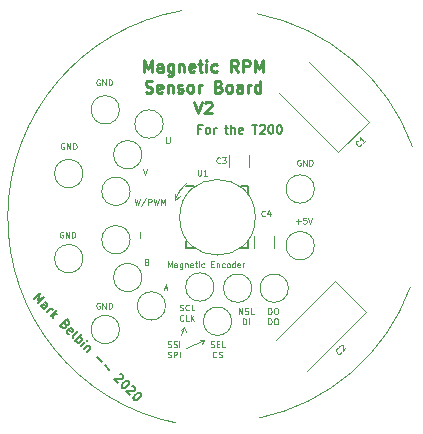
<source format=gto>
G04 #@! TF.GenerationSoftware,KiCad,Pcbnew,(5.1.5)-3*
G04 #@! TF.CreationDate,2020-02-14T12:09:09-03:30*
G04 #@! TF.ProjectId,RPM Sensor,52504d20-5365-46e7-936f-722e6b696361,rev?*
G04 #@! TF.SameCoordinates,Original*
G04 #@! TF.FileFunction,Legend,Top*
G04 #@! TF.FilePolarity,Positive*
%FSLAX46Y46*%
G04 Gerber Fmt 4.6, Leading zero omitted, Abs format (unit mm)*
G04 Created by KiCad (PCBNEW (5.1.5)-3) date 2020-02-14 12:09:09*
%MOMM*%
%LPD*%
G04 APERTURE LIST*
%ADD10C,0.120000*%
%ADD11C,0.150000*%
%ADD12C,0.250000*%
%ADD13C,0.125000*%
G04 APERTURE END LIST*
D10*
X103336225Y-82762843D02*
G75*
G02X116499999Y-94000001I-3336225J-17237157D01*
G01*
X116311575Y-105931483D02*
G75*
G02X103499999Y-116999999I-16311575J5931483D01*
G01*
X96517903Y-117410485D02*
G75*
G02X97000000Y-82500000I3482097J17410485D01*
G01*
X96400000Y-98500000D02*
X96800000Y-98200000D01*
X96400000Y-98000000D02*
X96400000Y-98500000D01*
X96410625Y-98461697D02*
X96400000Y-98000000D01*
X96404737Y-98501974D02*
G75*
G02X97400000Y-97100000I3595263J-1498026D01*
G01*
X103201562Y-100000000D02*
G75*
G03X103201562Y-100000000I-3201562J0D01*
G01*
D11*
X98632142Y-92546428D02*
X98382142Y-92546428D01*
X98382142Y-92939285D02*
X98382142Y-92189285D01*
X98739285Y-92189285D01*
X99132142Y-92939285D02*
X99060714Y-92903571D01*
X99025000Y-92867857D01*
X98989285Y-92796428D01*
X98989285Y-92582142D01*
X99025000Y-92510714D01*
X99060714Y-92475000D01*
X99132142Y-92439285D01*
X99239285Y-92439285D01*
X99310714Y-92475000D01*
X99346428Y-92510714D01*
X99382142Y-92582142D01*
X99382142Y-92796428D01*
X99346428Y-92867857D01*
X99310714Y-92903571D01*
X99239285Y-92939285D01*
X99132142Y-92939285D01*
X99703571Y-92939285D02*
X99703571Y-92439285D01*
X99703571Y-92582142D02*
X99739285Y-92510714D01*
X99775000Y-92475000D01*
X99846428Y-92439285D01*
X99917857Y-92439285D01*
X100632142Y-92439285D02*
X100917857Y-92439285D01*
X100739285Y-92189285D02*
X100739285Y-92832142D01*
X100775000Y-92903571D01*
X100846428Y-92939285D01*
X100917857Y-92939285D01*
X101167857Y-92939285D02*
X101167857Y-92189285D01*
X101489285Y-92939285D02*
X101489285Y-92546428D01*
X101453571Y-92475000D01*
X101382142Y-92439285D01*
X101275000Y-92439285D01*
X101203571Y-92475000D01*
X101167857Y-92510714D01*
X102132142Y-92903571D02*
X102060714Y-92939285D01*
X101917857Y-92939285D01*
X101846428Y-92903571D01*
X101810714Y-92832142D01*
X101810714Y-92546428D01*
X101846428Y-92475000D01*
X101917857Y-92439285D01*
X102060714Y-92439285D01*
X102132142Y-92475000D01*
X102167857Y-92546428D01*
X102167857Y-92617857D01*
X101810714Y-92689285D01*
X102953571Y-92189285D02*
X103382142Y-92189285D01*
X103167857Y-92939285D02*
X103167857Y-92189285D01*
X103596428Y-92260714D02*
X103632142Y-92225000D01*
X103703571Y-92189285D01*
X103882142Y-92189285D01*
X103953571Y-92225000D01*
X103989285Y-92260714D01*
X104025000Y-92332142D01*
X104025000Y-92403571D01*
X103989285Y-92510714D01*
X103560714Y-92939285D01*
X104025000Y-92939285D01*
X104489285Y-92189285D02*
X104560714Y-92189285D01*
X104632142Y-92225000D01*
X104667857Y-92260714D01*
X104703571Y-92332142D01*
X104739285Y-92475000D01*
X104739285Y-92653571D01*
X104703571Y-92796428D01*
X104667857Y-92867857D01*
X104632142Y-92903571D01*
X104560714Y-92939285D01*
X104489285Y-92939285D01*
X104417857Y-92903571D01*
X104382142Y-92867857D01*
X104346428Y-92796428D01*
X104310714Y-92653571D01*
X104310714Y-92475000D01*
X104346428Y-92332142D01*
X104382142Y-92260714D01*
X104417857Y-92225000D01*
X104489285Y-92189285D01*
X105203571Y-92189285D02*
X105275000Y-92189285D01*
X105346428Y-92225000D01*
X105382142Y-92260714D01*
X105417857Y-92332142D01*
X105453571Y-92475000D01*
X105453571Y-92653571D01*
X105417857Y-92796428D01*
X105382142Y-92867857D01*
X105346428Y-92903571D01*
X105275000Y-92939285D01*
X105203571Y-92939285D01*
X105132142Y-92903571D01*
X105096428Y-92867857D01*
X105060714Y-92796428D01*
X105025000Y-92653571D01*
X105025000Y-92475000D01*
X105060714Y-92332142D01*
X105096428Y-92260714D01*
X105132142Y-92225000D01*
X105203571Y-92189285D01*
X84454313Y-106934136D02*
X84984643Y-106403805D01*
X84782613Y-106959389D01*
X85338197Y-106757359D01*
X84807866Y-107287689D01*
X85287689Y-107767511D02*
X85565481Y-107489719D01*
X85590735Y-107413958D01*
X85565481Y-107338197D01*
X85464466Y-107237181D01*
X85388704Y-107211927D01*
X85312943Y-107742258D02*
X85237181Y-107717004D01*
X85110912Y-107590735D01*
X85085658Y-107514973D01*
X85110912Y-107439212D01*
X85161420Y-107388704D01*
X85237181Y-107363450D01*
X85312943Y-107388704D01*
X85439212Y-107514973D01*
X85514973Y-107540227D01*
X85540227Y-108020049D02*
X85893780Y-107666496D01*
X85792765Y-107767511D02*
X85868527Y-107742258D01*
X85919034Y-107742258D01*
X85994796Y-107767511D01*
X86045303Y-107818019D01*
X85868527Y-108348349D02*
X86398857Y-107818019D01*
X86121065Y-108196826D02*
X86070557Y-108550380D01*
X86424111Y-108196826D02*
X86020049Y-108196826D01*
X87156471Y-109080710D02*
X87206979Y-109181725D01*
X87206979Y-109232233D01*
X87181725Y-109307994D01*
X87105963Y-109383755D01*
X87030202Y-109409009D01*
X86979694Y-109409009D01*
X86903933Y-109383755D01*
X86701902Y-109181725D01*
X87232233Y-108651395D01*
X87409009Y-108828172D01*
X87434263Y-108903933D01*
X87434263Y-108954441D01*
X87409009Y-109030202D01*
X87358502Y-109080710D01*
X87282740Y-109105963D01*
X87232233Y-109105963D01*
X87156471Y-109080710D01*
X86979694Y-108903933D01*
X87459517Y-109888832D02*
X87383755Y-109863578D01*
X87282740Y-109762563D01*
X87257486Y-109686801D01*
X87282740Y-109611040D01*
X87484771Y-109409009D01*
X87560532Y-109383755D01*
X87636294Y-109409009D01*
X87737309Y-109510024D01*
X87762563Y-109585786D01*
X87737309Y-109661547D01*
X87686801Y-109712055D01*
X87383755Y-109510024D01*
X87762563Y-110242385D02*
X87737309Y-110166624D01*
X87762563Y-110090862D01*
X88217131Y-109636294D01*
X87964593Y-110444416D02*
X88494923Y-109914086D01*
X88292893Y-110116116D02*
X88368654Y-110141370D01*
X88469669Y-110242385D01*
X88494923Y-110318147D01*
X88494923Y-110368654D01*
X88469669Y-110444416D01*
X88318147Y-110595938D01*
X88242385Y-110621192D01*
X88191877Y-110621192D01*
X88116116Y-110595938D01*
X88015101Y-110494923D01*
X87989847Y-110419162D01*
X88444416Y-110924238D02*
X88797969Y-110570685D01*
X88974746Y-110393908D02*
X88924238Y-110393908D01*
X88924238Y-110444416D01*
X88974746Y-110444416D01*
X88974746Y-110393908D01*
X88924238Y-110444416D01*
X89050507Y-110823223D02*
X88696954Y-111176776D01*
X89000000Y-110873730D02*
X89050507Y-110873730D01*
X89126269Y-110898984D01*
X89202030Y-110974746D01*
X89227284Y-111050507D01*
X89202030Y-111126269D01*
X88924238Y-111404061D01*
X89782868Y-111858629D02*
X90186929Y-112262690D01*
X90439467Y-112515228D02*
X90843528Y-112919289D01*
X91752665Y-113272843D02*
X91803173Y-113272843D01*
X91878934Y-113298097D01*
X92005203Y-113424366D01*
X92030457Y-113500127D01*
X92030457Y-113550635D01*
X92005203Y-113626396D01*
X91954696Y-113676904D01*
X91853680Y-113727411D01*
X91247589Y-113727411D01*
X91575888Y-114055711D01*
X92434518Y-113853680D02*
X92485026Y-113904188D01*
X92510280Y-113979950D01*
X92510280Y-114030457D01*
X92485026Y-114106219D01*
X92409264Y-114232488D01*
X92282995Y-114358757D01*
X92156726Y-114434518D01*
X92080965Y-114459772D01*
X92030457Y-114459772D01*
X91954696Y-114434518D01*
X91904188Y-114384011D01*
X91878934Y-114308249D01*
X91878934Y-114257741D01*
X91904188Y-114181980D01*
X91979950Y-114055711D01*
X92106219Y-113929442D01*
X92232488Y-113853680D01*
X92308249Y-113828427D01*
X92358757Y-113828427D01*
X92434518Y-113853680D01*
X92762818Y-114282995D02*
X92813325Y-114282995D01*
X92889087Y-114308249D01*
X93015356Y-114434518D01*
X93040610Y-114510280D01*
X93040610Y-114560787D01*
X93015356Y-114636549D01*
X92964848Y-114687056D01*
X92863833Y-114737564D01*
X92257741Y-114737564D01*
X92586041Y-115065863D01*
X93444671Y-114863833D02*
X93495178Y-114914341D01*
X93520432Y-114990102D01*
X93520432Y-115040610D01*
X93495178Y-115116371D01*
X93419417Y-115242640D01*
X93293148Y-115368909D01*
X93166879Y-115444671D01*
X93091117Y-115469925D01*
X93040610Y-115469925D01*
X92964848Y-115444671D01*
X92914341Y-115394163D01*
X92889087Y-115318402D01*
X92889087Y-115267894D01*
X92914341Y-115192133D01*
X92990102Y-115065863D01*
X93116371Y-114939594D01*
X93242640Y-114863833D01*
X93318402Y-114838579D01*
X93368909Y-114838579D01*
X93444671Y-114863833D01*
D12*
X93776190Y-87702380D02*
X93776190Y-86702380D01*
X94109523Y-87416666D01*
X94442857Y-86702380D01*
X94442857Y-87702380D01*
X95347619Y-87702380D02*
X95347619Y-87178571D01*
X95300000Y-87083333D01*
X95204761Y-87035714D01*
X95014285Y-87035714D01*
X94919047Y-87083333D01*
X95347619Y-87654761D02*
X95252380Y-87702380D01*
X95014285Y-87702380D01*
X94919047Y-87654761D01*
X94871428Y-87559523D01*
X94871428Y-87464285D01*
X94919047Y-87369047D01*
X95014285Y-87321428D01*
X95252380Y-87321428D01*
X95347619Y-87273809D01*
X96252380Y-87035714D02*
X96252380Y-87845238D01*
X96204761Y-87940476D01*
X96157142Y-87988095D01*
X96061904Y-88035714D01*
X95919047Y-88035714D01*
X95823809Y-87988095D01*
X96252380Y-87654761D02*
X96157142Y-87702380D01*
X95966666Y-87702380D01*
X95871428Y-87654761D01*
X95823809Y-87607142D01*
X95776190Y-87511904D01*
X95776190Y-87226190D01*
X95823809Y-87130952D01*
X95871428Y-87083333D01*
X95966666Y-87035714D01*
X96157142Y-87035714D01*
X96252380Y-87083333D01*
X96728571Y-87035714D02*
X96728571Y-87702380D01*
X96728571Y-87130952D02*
X96776190Y-87083333D01*
X96871428Y-87035714D01*
X97014285Y-87035714D01*
X97109523Y-87083333D01*
X97157142Y-87178571D01*
X97157142Y-87702380D01*
X98014285Y-87654761D02*
X97919047Y-87702380D01*
X97728571Y-87702380D01*
X97633333Y-87654761D01*
X97585714Y-87559523D01*
X97585714Y-87178571D01*
X97633333Y-87083333D01*
X97728571Y-87035714D01*
X97919047Y-87035714D01*
X98014285Y-87083333D01*
X98061904Y-87178571D01*
X98061904Y-87273809D01*
X97585714Y-87369047D01*
X98347619Y-87035714D02*
X98728571Y-87035714D01*
X98490476Y-86702380D02*
X98490476Y-87559523D01*
X98538095Y-87654761D01*
X98633333Y-87702380D01*
X98728571Y-87702380D01*
X99061904Y-87702380D02*
X99061904Y-87035714D01*
X99061904Y-86702380D02*
X99014285Y-86750000D01*
X99061904Y-86797619D01*
X99109523Y-86750000D01*
X99061904Y-86702380D01*
X99061904Y-86797619D01*
X99966666Y-87654761D02*
X99871428Y-87702380D01*
X99680952Y-87702380D01*
X99585714Y-87654761D01*
X99538095Y-87607142D01*
X99490476Y-87511904D01*
X99490476Y-87226190D01*
X99538095Y-87130952D01*
X99585714Y-87083333D01*
X99680952Y-87035714D01*
X99871428Y-87035714D01*
X99966666Y-87083333D01*
X101728571Y-87702380D02*
X101395238Y-87226190D01*
X101157142Y-87702380D02*
X101157142Y-86702380D01*
X101538095Y-86702380D01*
X101633333Y-86750000D01*
X101680952Y-86797619D01*
X101728571Y-86892857D01*
X101728571Y-87035714D01*
X101680952Y-87130952D01*
X101633333Y-87178571D01*
X101538095Y-87226190D01*
X101157142Y-87226190D01*
X102157142Y-87702380D02*
X102157142Y-86702380D01*
X102538095Y-86702380D01*
X102633333Y-86750000D01*
X102680952Y-86797619D01*
X102728571Y-86892857D01*
X102728571Y-87035714D01*
X102680952Y-87130952D01*
X102633333Y-87178571D01*
X102538095Y-87226190D01*
X102157142Y-87226190D01*
X103157142Y-87702380D02*
X103157142Y-86702380D01*
X103490476Y-87416666D01*
X103823809Y-86702380D01*
X103823809Y-87702380D01*
X93919047Y-89404761D02*
X94061904Y-89452380D01*
X94300000Y-89452380D01*
X94395238Y-89404761D01*
X94442857Y-89357142D01*
X94490476Y-89261904D01*
X94490476Y-89166666D01*
X94442857Y-89071428D01*
X94395238Y-89023809D01*
X94300000Y-88976190D01*
X94109523Y-88928571D01*
X94014285Y-88880952D01*
X93966666Y-88833333D01*
X93919047Y-88738095D01*
X93919047Y-88642857D01*
X93966666Y-88547619D01*
X94014285Y-88500000D01*
X94109523Y-88452380D01*
X94347619Y-88452380D01*
X94490476Y-88500000D01*
X95300000Y-89404761D02*
X95204761Y-89452380D01*
X95014285Y-89452380D01*
X94919047Y-89404761D01*
X94871428Y-89309523D01*
X94871428Y-88928571D01*
X94919047Y-88833333D01*
X95014285Y-88785714D01*
X95204761Y-88785714D01*
X95300000Y-88833333D01*
X95347619Y-88928571D01*
X95347619Y-89023809D01*
X94871428Y-89119047D01*
X95776190Y-88785714D02*
X95776190Y-89452380D01*
X95776190Y-88880952D02*
X95823809Y-88833333D01*
X95919047Y-88785714D01*
X96061904Y-88785714D01*
X96157142Y-88833333D01*
X96204761Y-88928571D01*
X96204761Y-89452380D01*
X96633333Y-89404761D02*
X96728571Y-89452380D01*
X96919047Y-89452380D01*
X97014285Y-89404761D01*
X97061904Y-89309523D01*
X97061904Y-89261904D01*
X97014285Y-89166666D01*
X96919047Y-89119047D01*
X96776190Y-89119047D01*
X96680952Y-89071428D01*
X96633333Y-88976190D01*
X96633333Y-88928571D01*
X96680952Y-88833333D01*
X96776190Y-88785714D01*
X96919047Y-88785714D01*
X97014285Y-88833333D01*
X97633333Y-89452380D02*
X97538095Y-89404761D01*
X97490476Y-89357142D01*
X97442857Y-89261904D01*
X97442857Y-88976190D01*
X97490476Y-88880952D01*
X97538095Y-88833333D01*
X97633333Y-88785714D01*
X97776190Y-88785714D01*
X97871428Y-88833333D01*
X97919047Y-88880952D01*
X97966666Y-88976190D01*
X97966666Y-89261904D01*
X97919047Y-89357142D01*
X97871428Y-89404761D01*
X97776190Y-89452380D01*
X97633333Y-89452380D01*
X98395238Y-89452380D02*
X98395238Y-88785714D01*
X98395238Y-88976190D02*
X98442857Y-88880952D01*
X98490476Y-88833333D01*
X98585714Y-88785714D01*
X98680952Y-88785714D01*
X100109523Y-88928571D02*
X100252380Y-88976190D01*
X100300000Y-89023809D01*
X100347619Y-89119047D01*
X100347619Y-89261904D01*
X100300000Y-89357142D01*
X100252380Y-89404761D01*
X100157142Y-89452380D01*
X99776190Y-89452380D01*
X99776190Y-88452380D01*
X100109523Y-88452380D01*
X100204761Y-88500000D01*
X100252380Y-88547619D01*
X100300000Y-88642857D01*
X100300000Y-88738095D01*
X100252380Y-88833333D01*
X100204761Y-88880952D01*
X100109523Y-88928571D01*
X99776190Y-88928571D01*
X100919047Y-89452380D02*
X100823809Y-89404761D01*
X100776190Y-89357142D01*
X100728571Y-89261904D01*
X100728571Y-88976190D01*
X100776190Y-88880952D01*
X100823809Y-88833333D01*
X100919047Y-88785714D01*
X101061904Y-88785714D01*
X101157142Y-88833333D01*
X101204761Y-88880952D01*
X101252380Y-88976190D01*
X101252380Y-89261904D01*
X101204761Y-89357142D01*
X101157142Y-89404761D01*
X101061904Y-89452380D01*
X100919047Y-89452380D01*
X102109523Y-89452380D02*
X102109523Y-88928571D01*
X102061904Y-88833333D01*
X101966666Y-88785714D01*
X101776190Y-88785714D01*
X101680952Y-88833333D01*
X102109523Y-89404761D02*
X102014285Y-89452380D01*
X101776190Y-89452380D01*
X101680952Y-89404761D01*
X101633333Y-89309523D01*
X101633333Y-89214285D01*
X101680952Y-89119047D01*
X101776190Y-89071428D01*
X102014285Y-89071428D01*
X102109523Y-89023809D01*
X102585714Y-89452380D02*
X102585714Y-88785714D01*
X102585714Y-88976190D02*
X102633333Y-88880952D01*
X102680952Y-88833333D01*
X102776190Y-88785714D01*
X102871428Y-88785714D01*
X103633333Y-89452380D02*
X103633333Y-88452380D01*
X103633333Y-89404761D02*
X103538095Y-89452380D01*
X103347619Y-89452380D01*
X103252380Y-89404761D01*
X103204761Y-89357142D01*
X103157142Y-89261904D01*
X103157142Y-88976190D01*
X103204761Y-88880952D01*
X103252380Y-88833333D01*
X103347619Y-88785714D01*
X103538095Y-88785714D01*
X103633333Y-88833333D01*
X97990476Y-90202380D02*
X98323809Y-91202380D01*
X98657142Y-90202380D01*
X98942857Y-90297619D02*
X98990476Y-90250000D01*
X99085714Y-90202380D01*
X99323809Y-90202380D01*
X99419047Y-90250000D01*
X99466666Y-90297619D01*
X99514285Y-90392857D01*
X99514285Y-90488095D01*
X99466666Y-90630952D01*
X98895238Y-91202380D01*
X99514285Y-91202380D01*
D13*
X106657142Y-100335714D02*
X107038095Y-100335714D01*
X106847619Y-100526190D02*
X106847619Y-100145238D01*
X107514285Y-100026190D02*
X107276190Y-100026190D01*
X107252380Y-100264285D01*
X107276190Y-100240476D01*
X107323809Y-100216666D01*
X107442857Y-100216666D01*
X107490476Y-100240476D01*
X107514285Y-100264285D01*
X107538095Y-100311904D01*
X107538095Y-100430952D01*
X107514285Y-100478571D01*
X107490476Y-100502380D01*
X107442857Y-100526190D01*
X107323809Y-100526190D01*
X107276190Y-100502380D01*
X107252380Y-100478571D01*
X107680952Y-100026190D02*
X107847619Y-100526190D01*
X108014285Y-100026190D01*
X107019047Y-95150000D02*
X106971428Y-95126190D01*
X106900000Y-95126190D01*
X106828571Y-95150000D01*
X106780952Y-95197619D01*
X106757142Y-95245238D01*
X106733333Y-95340476D01*
X106733333Y-95411904D01*
X106757142Y-95507142D01*
X106780952Y-95554761D01*
X106828571Y-95602380D01*
X106900000Y-95626190D01*
X106947619Y-95626190D01*
X107019047Y-95602380D01*
X107042857Y-95578571D01*
X107042857Y-95411904D01*
X106947619Y-95411904D01*
X107257142Y-95626190D02*
X107257142Y-95126190D01*
X107542857Y-95626190D01*
X107542857Y-95126190D01*
X107780952Y-95626190D02*
X107780952Y-95126190D01*
X107900000Y-95126190D01*
X107971428Y-95150000D01*
X108019047Y-95197619D01*
X108042857Y-95245238D01*
X108066666Y-95340476D01*
X108066666Y-95411904D01*
X108042857Y-95507142D01*
X108019047Y-95554761D01*
X107971428Y-95602380D01*
X107900000Y-95626190D01*
X107780952Y-95626190D01*
D10*
X98900000Y-110400000D02*
X98700000Y-110700000D01*
X98900000Y-110400000D02*
X98500000Y-110400000D01*
X97300000Y-111100000D02*
X98900000Y-110400000D01*
X97200000Y-109300000D02*
X97300000Y-109700000D01*
X97200000Y-109300000D02*
X96900000Y-109500000D01*
X96900000Y-110000000D02*
X97200000Y-109300000D01*
D13*
X95800000Y-110964880D02*
X95871428Y-110988690D01*
X95990476Y-110988690D01*
X96038095Y-110964880D01*
X96061904Y-110941071D01*
X96085714Y-110893452D01*
X96085714Y-110845833D01*
X96061904Y-110798214D01*
X96038095Y-110774404D01*
X95990476Y-110750595D01*
X95895238Y-110726785D01*
X95847619Y-110702976D01*
X95823809Y-110679166D01*
X95800000Y-110631547D01*
X95800000Y-110583928D01*
X95823809Y-110536309D01*
X95847619Y-110512500D01*
X95895238Y-110488690D01*
X96014285Y-110488690D01*
X96085714Y-110512500D01*
X96276190Y-110964880D02*
X96347619Y-110988690D01*
X96466666Y-110988690D01*
X96514285Y-110964880D01*
X96538095Y-110941071D01*
X96561904Y-110893452D01*
X96561904Y-110845833D01*
X96538095Y-110798214D01*
X96514285Y-110774404D01*
X96466666Y-110750595D01*
X96371428Y-110726785D01*
X96323809Y-110702976D01*
X96300000Y-110679166D01*
X96276190Y-110631547D01*
X96276190Y-110583928D01*
X96300000Y-110536309D01*
X96323809Y-110512500D01*
X96371428Y-110488690D01*
X96490476Y-110488690D01*
X96561904Y-110512500D01*
X96776190Y-110988690D02*
X96776190Y-110488690D01*
X95788095Y-111839880D02*
X95859523Y-111863690D01*
X95978571Y-111863690D01*
X96026190Y-111839880D01*
X96050000Y-111816071D01*
X96073809Y-111768452D01*
X96073809Y-111720833D01*
X96050000Y-111673214D01*
X96026190Y-111649404D01*
X95978571Y-111625595D01*
X95883333Y-111601785D01*
X95835714Y-111577976D01*
X95811904Y-111554166D01*
X95788095Y-111506547D01*
X95788095Y-111458928D01*
X95811904Y-111411309D01*
X95835714Y-111387500D01*
X95883333Y-111363690D01*
X96002380Y-111363690D01*
X96073809Y-111387500D01*
X96288095Y-111863690D02*
X96288095Y-111363690D01*
X96478571Y-111363690D01*
X96526190Y-111387500D01*
X96550000Y-111411309D01*
X96573809Y-111458928D01*
X96573809Y-111530357D01*
X96550000Y-111577976D01*
X96526190Y-111601785D01*
X96478571Y-111625595D01*
X96288095Y-111625595D01*
X96788095Y-111863690D02*
X96788095Y-111363690D01*
X104307142Y-108188690D02*
X104307142Y-107688690D01*
X104426190Y-107688690D01*
X104497619Y-107712500D01*
X104545238Y-107760119D01*
X104569047Y-107807738D01*
X104592857Y-107902976D01*
X104592857Y-107974404D01*
X104569047Y-108069642D01*
X104545238Y-108117261D01*
X104497619Y-108164880D01*
X104426190Y-108188690D01*
X104307142Y-108188690D01*
X104902380Y-107688690D02*
X104997619Y-107688690D01*
X105045238Y-107712500D01*
X105092857Y-107760119D01*
X105116666Y-107855357D01*
X105116666Y-108022023D01*
X105092857Y-108117261D01*
X105045238Y-108164880D01*
X104997619Y-108188690D01*
X104902380Y-108188690D01*
X104854761Y-108164880D01*
X104807142Y-108117261D01*
X104783333Y-108022023D01*
X104783333Y-107855357D01*
X104807142Y-107760119D01*
X104854761Y-107712500D01*
X104902380Y-107688690D01*
X104307142Y-109063690D02*
X104307142Y-108563690D01*
X104426190Y-108563690D01*
X104497619Y-108587500D01*
X104545238Y-108635119D01*
X104569047Y-108682738D01*
X104592857Y-108777976D01*
X104592857Y-108849404D01*
X104569047Y-108944642D01*
X104545238Y-108992261D01*
X104497619Y-109039880D01*
X104426190Y-109063690D01*
X104307142Y-109063690D01*
X104902380Y-108563690D02*
X104997619Y-108563690D01*
X105045238Y-108587500D01*
X105092857Y-108635119D01*
X105116666Y-108730357D01*
X105116666Y-108897023D01*
X105092857Y-108992261D01*
X105045238Y-109039880D01*
X104997619Y-109063690D01*
X104902380Y-109063690D01*
X104854761Y-109039880D01*
X104807142Y-108992261D01*
X104783333Y-108897023D01*
X104783333Y-108730357D01*
X104807142Y-108635119D01*
X104854761Y-108587500D01*
X104902380Y-108563690D01*
X101816666Y-108188690D02*
X101816666Y-107688690D01*
X102102380Y-108188690D01*
X102102380Y-107688690D01*
X102316666Y-108164880D02*
X102388095Y-108188690D01*
X102507142Y-108188690D01*
X102554761Y-108164880D01*
X102578571Y-108141071D01*
X102602380Y-108093452D01*
X102602380Y-108045833D01*
X102578571Y-107998214D01*
X102554761Y-107974404D01*
X102507142Y-107950595D01*
X102411904Y-107926785D01*
X102364285Y-107902976D01*
X102340476Y-107879166D01*
X102316666Y-107831547D01*
X102316666Y-107783928D01*
X102340476Y-107736309D01*
X102364285Y-107712500D01*
X102411904Y-107688690D01*
X102530952Y-107688690D01*
X102602380Y-107712500D01*
X103054761Y-108188690D02*
X102816666Y-108188690D01*
X102816666Y-107688690D01*
X102150000Y-109063690D02*
X102150000Y-108563690D01*
X102269047Y-108563690D01*
X102340476Y-108587500D01*
X102388095Y-108635119D01*
X102411904Y-108682738D01*
X102435714Y-108777976D01*
X102435714Y-108849404D01*
X102411904Y-108944642D01*
X102388095Y-108992261D01*
X102340476Y-109039880D01*
X102269047Y-109063690D01*
X102150000Y-109063690D01*
X102650000Y-109063690D02*
X102650000Y-108563690D01*
X99428571Y-110964880D02*
X99500000Y-110988690D01*
X99619047Y-110988690D01*
X99666666Y-110964880D01*
X99690476Y-110941071D01*
X99714285Y-110893452D01*
X99714285Y-110845833D01*
X99690476Y-110798214D01*
X99666666Y-110774404D01*
X99619047Y-110750595D01*
X99523809Y-110726785D01*
X99476190Y-110702976D01*
X99452380Y-110679166D01*
X99428571Y-110631547D01*
X99428571Y-110583928D01*
X99452380Y-110536309D01*
X99476190Y-110512500D01*
X99523809Y-110488690D01*
X99642857Y-110488690D01*
X99714285Y-110512500D01*
X99928571Y-110726785D02*
X100095238Y-110726785D01*
X100166666Y-110988690D02*
X99928571Y-110988690D01*
X99928571Y-110488690D01*
X100166666Y-110488690D01*
X100619047Y-110988690D02*
X100380952Y-110988690D01*
X100380952Y-110488690D01*
X99916666Y-111816071D02*
X99892857Y-111839880D01*
X99821428Y-111863690D01*
X99773809Y-111863690D01*
X99702380Y-111839880D01*
X99654761Y-111792261D01*
X99630952Y-111744642D01*
X99607142Y-111649404D01*
X99607142Y-111577976D01*
X99630952Y-111482738D01*
X99654761Y-111435119D01*
X99702380Y-111387500D01*
X99773809Y-111363690D01*
X99821428Y-111363690D01*
X99892857Y-111387500D01*
X99916666Y-111411309D01*
X100107142Y-111839880D02*
X100178571Y-111863690D01*
X100297619Y-111863690D01*
X100345238Y-111839880D01*
X100369047Y-111816071D01*
X100392857Y-111768452D01*
X100392857Y-111720833D01*
X100369047Y-111673214D01*
X100345238Y-111649404D01*
X100297619Y-111625595D01*
X100202380Y-111601785D01*
X100154761Y-111577976D01*
X100130952Y-111554166D01*
X100107142Y-111506547D01*
X100107142Y-111458928D01*
X100130952Y-111411309D01*
X100154761Y-111387500D01*
X100202380Y-111363690D01*
X100321428Y-111363690D01*
X100392857Y-111387500D01*
X96804761Y-107864880D02*
X96876190Y-107888690D01*
X96995238Y-107888690D01*
X97042857Y-107864880D01*
X97066666Y-107841071D01*
X97090476Y-107793452D01*
X97090476Y-107745833D01*
X97066666Y-107698214D01*
X97042857Y-107674404D01*
X96995238Y-107650595D01*
X96900000Y-107626785D01*
X96852380Y-107602976D01*
X96828571Y-107579166D01*
X96804761Y-107531547D01*
X96804761Y-107483928D01*
X96828571Y-107436309D01*
X96852380Y-107412500D01*
X96900000Y-107388690D01*
X97019047Y-107388690D01*
X97090476Y-107412500D01*
X97590476Y-107841071D02*
X97566666Y-107864880D01*
X97495238Y-107888690D01*
X97447619Y-107888690D01*
X97376190Y-107864880D01*
X97328571Y-107817261D01*
X97304761Y-107769642D01*
X97280952Y-107674404D01*
X97280952Y-107602976D01*
X97304761Y-107507738D01*
X97328571Y-107460119D01*
X97376190Y-107412500D01*
X97447619Y-107388690D01*
X97495238Y-107388690D01*
X97566666Y-107412500D01*
X97590476Y-107436309D01*
X98042857Y-107888690D02*
X97804761Y-107888690D01*
X97804761Y-107388690D01*
X97102380Y-108716071D02*
X97078571Y-108739880D01*
X97007142Y-108763690D01*
X96959523Y-108763690D01*
X96888095Y-108739880D01*
X96840476Y-108692261D01*
X96816666Y-108644642D01*
X96792857Y-108549404D01*
X96792857Y-108477976D01*
X96816666Y-108382738D01*
X96840476Y-108335119D01*
X96888095Y-108287500D01*
X96959523Y-108263690D01*
X97007142Y-108263690D01*
X97078571Y-108287500D01*
X97102380Y-108311309D01*
X97554761Y-108763690D02*
X97316666Y-108763690D01*
X97316666Y-108263690D01*
X97721428Y-108763690D02*
X97721428Y-108263690D01*
X98007142Y-108763690D02*
X97792857Y-108477976D01*
X98007142Y-108263690D02*
X97721428Y-108549404D01*
X95480952Y-105983333D02*
X95719047Y-105983333D01*
X95433333Y-106126190D02*
X95600000Y-105626190D01*
X95766666Y-106126190D01*
X94035714Y-103764285D02*
X94107142Y-103788095D01*
X94130952Y-103811904D01*
X94154761Y-103859523D01*
X94154761Y-103930952D01*
X94130952Y-103978571D01*
X94107142Y-104002380D01*
X94059523Y-104026190D01*
X93869047Y-104026190D01*
X93869047Y-103526190D01*
X94035714Y-103526190D01*
X94083333Y-103550000D01*
X94107142Y-103573809D01*
X94130952Y-103621428D01*
X94130952Y-103669047D01*
X94107142Y-103716666D01*
X94083333Y-103740476D01*
X94035714Y-103764285D01*
X93869047Y-103764285D01*
X93400000Y-101726190D02*
X93400000Y-101226190D01*
X93002380Y-98426190D02*
X93121428Y-98926190D01*
X93216666Y-98569047D01*
X93311904Y-98926190D01*
X93430952Y-98426190D01*
X93978571Y-98402380D02*
X93550000Y-99045238D01*
X94145238Y-98926190D02*
X94145238Y-98426190D01*
X94335714Y-98426190D01*
X94383333Y-98450000D01*
X94407142Y-98473809D01*
X94430952Y-98521428D01*
X94430952Y-98592857D01*
X94407142Y-98640476D01*
X94383333Y-98664285D01*
X94335714Y-98688095D01*
X94145238Y-98688095D01*
X94597619Y-98426190D02*
X94716666Y-98926190D01*
X94811904Y-98569047D01*
X94907142Y-98926190D01*
X95026190Y-98426190D01*
X95216666Y-98926190D02*
X95216666Y-98426190D01*
X95383333Y-98783333D01*
X95550000Y-98426190D01*
X95550000Y-98926190D01*
X93733333Y-95926190D02*
X93900000Y-96426190D01*
X94066666Y-95926190D01*
X95657142Y-93226190D02*
X95657142Y-93630952D01*
X95680952Y-93678571D01*
X95704761Y-93702380D01*
X95752380Y-93726190D01*
X95847619Y-93726190D01*
X95895238Y-93702380D01*
X95919047Y-93678571D01*
X95942857Y-93630952D01*
X95942857Y-93226190D01*
X90019047Y-107250000D02*
X89971428Y-107226190D01*
X89900000Y-107226190D01*
X89828571Y-107250000D01*
X89780952Y-107297619D01*
X89757142Y-107345238D01*
X89733333Y-107440476D01*
X89733333Y-107511904D01*
X89757142Y-107607142D01*
X89780952Y-107654761D01*
X89828571Y-107702380D01*
X89900000Y-107726190D01*
X89947619Y-107726190D01*
X90019047Y-107702380D01*
X90042857Y-107678571D01*
X90042857Y-107511904D01*
X89947619Y-107511904D01*
X90257142Y-107726190D02*
X90257142Y-107226190D01*
X90542857Y-107726190D01*
X90542857Y-107226190D01*
X90780952Y-107726190D02*
X90780952Y-107226190D01*
X90900000Y-107226190D01*
X90971428Y-107250000D01*
X91019047Y-107297619D01*
X91042857Y-107345238D01*
X91066666Y-107440476D01*
X91066666Y-107511904D01*
X91042857Y-107607142D01*
X91019047Y-107654761D01*
X90971428Y-107702380D01*
X90900000Y-107726190D01*
X90780952Y-107726190D01*
X86919047Y-101250000D02*
X86871428Y-101226190D01*
X86800000Y-101226190D01*
X86728571Y-101250000D01*
X86680952Y-101297619D01*
X86657142Y-101345238D01*
X86633333Y-101440476D01*
X86633333Y-101511904D01*
X86657142Y-101607142D01*
X86680952Y-101654761D01*
X86728571Y-101702380D01*
X86800000Y-101726190D01*
X86847619Y-101726190D01*
X86919047Y-101702380D01*
X86942857Y-101678571D01*
X86942857Y-101511904D01*
X86847619Y-101511904D01*
X87157142Y-101726190D02*
X87157142Y-101226190D01*
X87442857Y-101726190D01*
X87442857Y-101226190D01*
X87680952Y-101726190D02*
X87680952Y-101226190D01*
X87800000Y-101226190D01*
X87871428Y-101250000D01*
X87919047Y-101297619D01*
X87942857Y-101345238D01*
X87966666Y-101440476D01*
X87966666Y-101511904D01*
X87942857Y-101607142D01*
X87919047Y-101654761D01*
X87871428Y-101702380D01*
X87800000Y-101726190D01*
X87680952Y-101726190D01*
X87019047Y-93750000D02*
X86971428Y-93726190D01*
X86900000Y-93726190D01*
X86828571Y-93750000D01*
X86780952Y-93797619D01*
X86757142Y-93845238D01*
X86733333Y-93940476D01*
X86733333Y-94011904D01*
X86757142Y-94107142D01*
X86780952Y-94154761D01*
X86828571Y-94202380D01*
X86900000Y-94226190D01*
X86947619Y-94226190D01*
X87019047Y-94202380D01*
X87042857Y-94178571D01*
X87042857Y-94011904D01*
X86947619Y-94011904D01*
X87257142Y-94226190D02*
X87257142Y-93726190D01*
X87542857Y-94226190D01*
X87542857Y-93726190D01*
X87780952Y-94226190D02*
X87780952Y-93726190D01*
X87900000Y-93726190D01*
X87971428Y-93750000D01*
X88019047Y-93797619D01*
X88042857Y-93845238D01*
X88066666Y-93940476D01*
X88066666Y-94011904D01*
X88042857Y-94107142D01*
X88019047Y-94154761D01*
X87971428Y-94202380D01*
X87900000Y-94226190D01*
X87780952Y-94226190D01*
X90019047Y-88350000D02*
X89971428Y-88326190D01*
X89900000Y-88326190D01*
X89828571Y-88350000D01*
X89780952Y-88397619D01*
X89757142Y-88445238D01*
X89733333Y-88540476D01*
X89733333Y-88611904D01*
X89757142Y-88707142D01*
X89780952Y-88754761D01*
X89828571Y-88802380D01*
X89900000Y-88826190D01*
X89947619Y-88826190D01*
X90019047Y-88802380D01*
X90042857Y-88778571D01*
X90042857Y-88611904D01*
X89947619Y-88611904D01*
X90257142Y-88826190D02*
X90257142Y-88326190D01*
X90542857Y-88826190D01*
X90542857Y-88326190D01*
X90780952Y-88826190D02*
X90780952Y-88326190D01*
X90900000Y-88326190D01*
X90971428Y-88350000D01*
X91019047Y-88397619D01*
X91042857Y-88445238D01*
X91066666Y-88540476D01*
X91066666Y-88611904D01*
X91042857Y-88707142D01*
X91019047Y-88754761D01*
X90971428Y-88802380D01*
X90900000Y-88826190D01*
X90780952Y-88826190D01*
X95785714Y-104226190D02*
X95785714Y-103726190D01*
X95952380Y-104083333D01*
X96119047Y-103726190D01*
X96119047Y-104226190D01*
X96571428Y-104226190D02*
X96571428Y-103964285D01*
X96547619Y-103916666D01*
X96500000Y-103892857D01*
X96404761Y-103892857D01*
X96357142Y-103916666D01*
X96571428Y-104202380D02*
X96523809Y-104226190D01*
X96404761Y-104226190D01*
X96357142Y-104202380D01*
X96333333Y-104154761D01*
X96333333Y-104107142D01*
X96357142Y-104059523D01*
X96404761Y-104035714D01*
X96523809Y-104035714D01*
X96571428Y-104011904D01*
X97023809Y-103892857D02*
X97023809Y-104297619D01*
X97000000Y-104345238D01*
X96976190Y-104369047D01*
X96928571Y-104392857D01*
X96857142Y-104392857D01*
X96809523Y-104369047D01*
X97023809Y-104202380D02*
X96976190Y-104226190D01*
X96880952Y-104226190D01*
X96833333Y-104202380D01*
X96809523Y-104178571D01*
X96785714Y-104130952D01*
X96785714Y-103988095D01*
X96809523Y-103940476D01*
X96833333Y-103916666D01*
X96880952Y-103892857D01*
X96976190Y-103892857D01*
X97023809Y-103916666D01*
X97261904Y-103892857D02*
X97261904Y-104226190D01*
X97261904Y-103940476D02*
X97285714Y-103916666D01*
X97333333Y-103892857D01*
X97404761Y-103892857D01*
X97452380Y-103916666D01*
X97476190Y-103964285D01*
X97476190Y-104226190D01*
X97904761Y-104202380D02*
X97857142Y-104226190D01*
X97761904Y-104226190D01*
X97714285Y-104202380D01*
X97690476Y-104154761D01*
X97690476Y-103964285D01*
X97714285Y-103916666D01*
X97761904Y-103892857D01*
X97857142Y-103892857D01*
X97904761Y-103916666D01*
X97928571Y-103964285D01*
X97928571Y-104011904D01*
X97690476Y-104059523D01*
X98071428Y-103892857D02*
X98261904Y-103892857D01*
X98142857Y-103726190D02*
X98142857Y-104154761D01*
X98166666Y-104202380D01*
X98214285Y-104226190D01*
X98261904Y-104226190D01*
X98428571Y-104226190D02*
X98428571Y-103892857D01*
X98428571Y-103726190D02*
X98404761Y-103750000D01*
X98428571Y-103773809D01*
X98452380Y-103750000D01*
X98428571Y-103726190D01*
X98428571Y-103773809D01*
X98880952Y-104202380D02*
X98833333Y-104226190D01*
X98738095Y-104226190D01*
X98690476Y-104202380D01*
X98666666Y-104178571D01*
X98642857Y-104130952D01*
X98642857Y-103988095D01*
X98666666Y-103940476D01*
X98690476Y-103916666D01*
X98738095Y-103892857D01*
X98833333Y-103892857D01*
X98880952Y-103916666D01*
X99476190Y-103964285D02*
X99642857Y-103964285D01*
X99714285Y-104226190D02*
X99476190Y-104226190D01*
X99476190Y-103726190D01*
X99714285Y-103726190D01*
X99928571Y-103892857D02*
X99928571Y-104226190D01*
X99928571Y-103940476D02*
X99952380Y-103916666D01*
X100000000Y-103892857D01*
X100071428Y-103892857D01*
X100119047Y-103916666D01*
X100142857Y-103964285D01*
X100142857Y-104226190D01*
X100595238Y-104202380D02*
X100547619Y-104226190D01*
X100452380Y-104226190D01*
X100404761Y-104202380D01*
X100380952Y-104178571D01*
X100357142Y-104130952D01*
X100357142Y-103988095D01*
X100380952Y-103940476D01*
X100404761Y-103916666D01*
X100452380Y-103892857D01*
X100547619Y-103892857D01*
X100595238Y-103916666D01*
X100880952Y-104226190D02*
X100833333Y-104202380D01*
X100809523Y-104178571D01*
X100785714Y-104130952D01*
X100785714Y-103988095D01*
X100809523Y-103940476D01*
X100833333Y-103916666D01*
X100880952Y-103892857D01*
X100952380Y-103892857D01*
X101000000Y-103916666D01*
X101023809Y-103940476D01*
X101047619Y-103988095D01*
X101047619Y-104130952D01*
X101023809Y-104178571D01*
X101000000Y-104202380D01*
X100952380Y-104226190D01*
X100880952Y-104226190D01*
X101476190Y-104226190D02*
X101476190Y-103726190D01*
X101476190Y-104202380D02*
X101428571Y-104226190D01*
X101333333Y-104226190D01*
X101285714Y-104202380D01*
X101261904Y-104178571D01*
X101238095Y-104130952D01*
X101238095Y-103988095D01*
X101261904Y-103940476D01*
X101285714Y-103916666D01*
X101333333Y-103892857D01*
X101428571Y-103892857D01*
X101476190Y-103916666D01*
X101904761Y-104202380D02*
X101857142Y-104226190D01*
X101761904Y-104226190D01*
X101714285Y-104202380D01*
X101690476Y-104154761D01*
X101690476Y-103964285D01*
X101714285Y-103916666D01*
X101761904Y-103892857D01*
X101857142Y-103892857D01*
X101904761Y-103916666D01*
X101928571Y-103964285D01*
X101928571Y-104011904D01*
X101690476Y-104059523D01*
X102142857Y-104226190D02*
X102142857Y-103892857D01*
X102142857Y-103988095D02*
X102166666Y-103940476D01*
X102190476Y-103916666D01*
X102238095Y-103892857D01*
X102285714Y-103892857D01*
D10*
X110190990Y-94507285D02*
X105170532Y-89486827D01*
X112807285Y-91890990D02*
X107786827Y-86870532D01*
X110190990Y-94507285D02*
X112807285Y-91890990D01*
X112607285Y-108009010D02*
X109990990Y-105392715D01*
X109990990Y-105392715D02*
X104970532Y-110413173D01*
X112607285Y-108009010D02*
X107586827Y-113029468D01*
X102650000Y-95700000D02*
X102650000Y-94700000D01*
X100950000Y-94700000D02*
X100950000Y-95700000D01*
X104750000Y-102600000D02*
X104750000Y-101600000D01*
X103050000Y-101600000D02*
X103050000Y-102600000D01*
X92600000Y-101900000D02*
G75*
G03X92600000Y-101900000I-1200000J0D01*
G01*
X93600000Y-105100000D02*
G75*
G03X93600000Y-105100000I-1200000J0D01*
G01*
X108200000Y-102400000D02*
G75*
G03X108200000Y-102400000I-1200000J0D01*
G01*
X95600000Y-107500000D02*
G75*
G03X95600000Y-107500000I-1200000J0D01*
G01*
X95400000Y-92100000D02*
G75*
G03X95400000Y-92100000I-1200000J0D01*
G01*
X93600000Y-94700000D02*
G75*
G03X93600000Y-94700000I-1200000J0D01*
G01*
X92600000Y-97800000D02*
G75*
G03X92600000Y-97800000I-1200000J0D01*
G01*
X99700000Y-105900000D02*
G75*
G03X99700000Y-105900000I-1200000J0D01*
G01*
X102900000Y-106000000D02*
G75*
G03X102900000Y-106000000I-1200000J0D01*
G01*
X106000000Y-106000000D02*
G75*
G03X106000000Y-106000000I-1200000J0D01*
G01*
X101200000Y-108800000D02*
G75*
G03X101200000Y-108800000I-1200000J0D01*
G01*
X108200000Y-97600000D02*
G75*
G03X108200000Y-97600000I-1200000J0D01*
G01*
X88600000Y-96300000D02*
G75*
G03X88600000Y-96300000I-1200000J0D01*
G01*
X91700000Y-90900000D02*
G75*
G03X91700000Y-90900000I-1200000J0D01*
G01*
X88600000Y-103500000D02*
G75*
G03X88600000Y-103500000I-1200000J0D01*
G01*
X91700000Y-109500000D02*
G75*
G03X91700000Y-109500000I-1200000J0D01*
G01*
D11*
X102625000Y-97375000D02*
X102000000Y-97375000D01*
X102625000Y-102625000D02*
X102000000Y-102625000D01*
X97375000Y-102625000D02*
X98000000Y-102625000D01*
X97375000Y-97375000D02*
X98000000Y-97375000D01*
X102625000Y-102625000D02*
X102625000Y-102000000D01*
X97375000Y-102625000D02*
X97375000Y-102000000D01*
X102625000Y-97375000D02*
X102625000Y-98000000D01*
D13*
X112167343Y-93785194D02*
X112167343Y-93818866D01*
X112133671Y-93886209D01*
X112100000Y-93919881D01*
X112032656Y-93953553D01*
X111965312Y-93953553D01*
X111914805Y-93936717D01*
X111830625Y-93886209D01*
X111780118Y-93835702D01*
X111729610Y-93751522D01*
X111712774Y-93701015D01*
X111712774Y-93633671D01*
X111746446Y-93566328D01*
X111780118Y-93532656D01*
X111847461Y-93498984D01*
X111881133Y-93498984D01*
X112537732Y-93482148D02*
X112335702Y-93684179D01*
X112436717Y-93583164D02*
X112083164Y-93229610D01*
X112100000Y-93313790D01*
X112100000Y-93381133D01*
X112083164Y-93431641D01*
X110467343Y-111385194D02*
X110467343Y-111418866D01*
X110433671Y-111486209D01*
X110400000Y-111519881D01*
X110332656Y-111553553D01*
X110265312Y-111553553D01*
X110214805Y-111536717D01*
X110130625Y-111486209D01*
X110080118Y-111435702D01*
X110029610Y-111351522D01*
X110012774Y-111301015D01*
X110012774Y-111233671D01*
X110046446Y-111166328D01*
X110080118Y-111132656D01*
X110147461Y-111098984D01*
X110181133Y-111098984D01*
X110315820Y-110964297D02*
X110315820Y-110930625D01*
X110332656Y-110880118D01*
X110416835Y-110795938D01*
X110467343Y-110779103D01*
X110501015Y-110779103D01*
X110551522Y-110795938D01*
X110585194Y-110829610D01*
X110618866Y-110896954D01*
X110618866Y-111301015D01*
X110837732Y-111082148D01*
X100216666Y-95378571D02*
X100192857Y-95402380D01*
X100121428Y-95426190D01*
X100073809Y-95426190D01*
X100002380Y-95402380D01*
X99954761Y-95354761D01*
X99930952Y-95307142D01*
X99907142Y-95211904D01*
X99907142Y-95140476D01*
X99930952Y-95045238D01*
X99954761Y-94997619D01*
X100002380Y-94950000D01*
X100073809Y-94926190D01*
X100121428Y-94926190D01*
X100192857Y-94950000D01*
X100216666Y-94973809D01*
X100383333Y-94926190D02*
X100692857Y-94926190D01*
X100526190Y-95116666D01*
X100597619Y-95116666D01*
X100645238Y-95140476D01*
X100669047Y-95164285D01*
X100692857Y-95211904D01*
X100692857Y-95330952D01*
X100669047Y-95378571D01*
X100645238Y-95402380D01*
X100597619Y-95426190D01*
X100454761Y-95426190D01*
X100407142Y-95402380D01*
X100383333Y-95378571D01*
X104016666Y-99878571D02*
X103992857Y-99902380D01*
X103921428Y-99926190D01*
X103873809Y-99926190D01*
X103802380Y-99902380D01*
X103754761Y-99854761D01*
X103730952Y-99807142D01*
X103707142Y-99711904D01*
X103707142Y-99640476D01*
X103730952Y-99545238D01*
X103754761Y-99497619D01*
X103802380Y-99450000D01*
X103873809Y-99426190D01*
X103921428Y-99426190D01*
X103992857Y-99450000D01*
X104016666Y-99473809D01*
X104445238Y-99592857D02*
X104445238Y-99926190D01*
X104326190Y-99402380D02*
X104207142Y-99759523D01*
X104516666Y-99759523D01*
X98319047Y-95976190D02*
X98319047Y-96380952D01*
X98342857Y-96428571D01*
X98366666Y-96452380D01*
X98414285Y-96476190D01*
X98509523Y-96476190D01*
X98557142Y-96452380D01*
X98580952Y-96428571D01*
X98604761Y-96380952D01*
X98604761Y-95976190D01*
X99104761Y-96476190D02*
X98819047Y-96476190D01*
X98961904Y-96476190D02*
X98961904Y-95976190D01*
X98914285Y-96047619D01*
X98866666Y-96095238D01*
X98819047Y-96119047D01*
M02*

</source>
